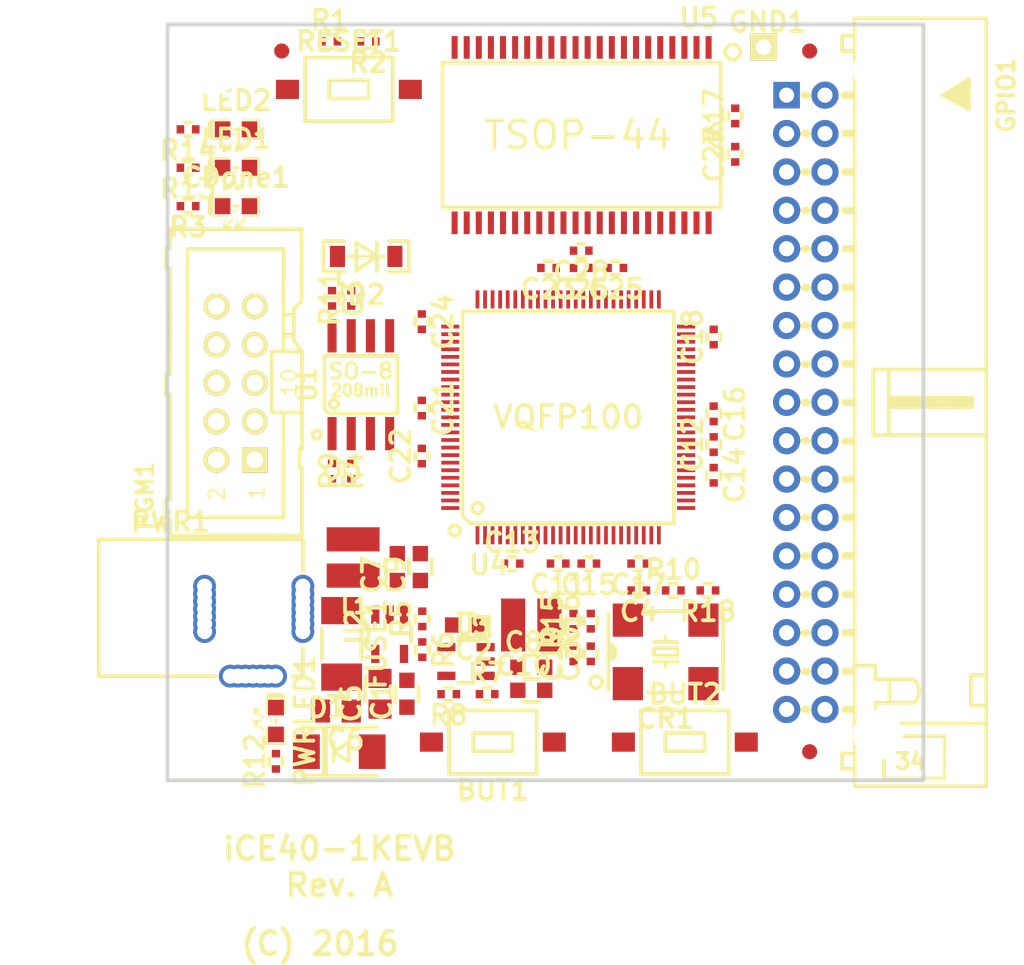
<source format=kicad_pcb>
(kicad_pcb (version 20240108) (generator "pcbnew") (generator_version "8.0")
  (layers (0 "F.Cu" signal) (31 "B.Cu" signal) (34 "B.Paste" user) (35 "F.Paste" user) (36 "B.SilkS" user "B.Silkscreen") (37 "F.SilkS" user "F.Silkscreen") (38 "B.Mask" user) (39 "F.Mask" user) (44 "Edge.Cuts" user))
  (net 0 "")
  (net 1 "/BUT1")
  (net 2 "GND")
  (net 3 "/BUT2")
  (net 4 "+5V")
  (net 5 "+3V3")
  (net 6 "+1V2")
  (net 7 "/iCE40-CDONE")
  (net 8 "Net-(CDone1-Pad1)")
  (net 9 "Net-(CR1-Pad3)")
  (net 10 "Net-(D2-Pad1)")
  (net 11 "/PIO3_1A")
  (net 12 "/PIO3_1B")
  (net 13 "/PIO3_2A")
  (net 14 "/LED1")
  (net 15 "/LED2")
  (net 16 "/PIO3_2B")
  (net 17 "/PIO2_1")
  (net 18 "/PIO3_3A")
  (net 19 "/PIO2_2")
  (net 20 "/PIO3_3B")
  (net 21 "/PIO2_3")
  (net 22 "/PIO3_5A")
  (net 23 "/PIO2_4")
  (net 24 "/PIO3_5B")
  (net 25 "/PIO2_7")
  (net 26 "/PIO3_7B")
  (net 27 "/PIO3_12A")
  (net 28 "/PIO3_10A")
  (net 29 "/PIO3_12B")
  (net 30 "/PIO3_10B")
  (net 31 "/PIO3_8B")
  (net 32 "/PIO2_8")
  (net 33 "/PIO2_9")
  (net 34 "/PIO3_8A")
  (net 35 "/PIO2_5")
  (net 36 "/PIO2_6")
  (net 37 "/PIO3_6B")
  (net 38 "/PIO3_6A")
  (net 39 "Net-(L1-Pad2)")
  (net 40 "Net-(L2-Pad2)")
  (net 41 "Net-(LED1-Pad1)")
  (net 42 "Net-(LED2-Pad1)")
  (net 43 "/iCE40-CRESET")
  (net 44 "/iCE40-SDO")
  (net 45 "/iCE40-SDI")
  (net 46 "/iCE40-SCK")
  (net 47 "/iCE40-SS_B")
  (net 48 "Net-(PWRLED1-Pad2)")
  (net 49 "Net-(R4-Pad1)")
  (net 50 "Net-(R5-Pad1)")
  (net 51 "Net-(R7-Pad1)")
  (net 52 "/SYSCLK")
  (net 53 "Net-(R11-Pad2)")
  (net 54 "/SRAM_#CS")
  (net 55 "/SD15")
  (net 56 "/SD14")
  (net 57 "/SD13")
  (net 58 "/SD12")
  (net 59 "/SD11")
  (net 60 "/SD10")
  (net 61 "/SD9")
  (net 62 "/SD8")
  (net 63 "/SD7")
  (net 64 "/SD6")
  (net 65 "/SD5")
  (net 66 "/SD4")
  (net 67 "/SD3")
  (net 68 "/SD2")
  (net 69 "/SD1")
  (net 70 "/SD0")
  (net 71 "/SRAM_#WE")
  (net 72 "/SRAM_#OE")
  (net 73 "/SA0")
  (net 74 "/SA1")
  (net 75 "/SA2")
  (net 76 "/SA3")
  (net 77 "/SA4")
  (net 78 "/SA5")
  (net 79 "/SA6")
  (net 80 "/SA7")
  (net 81 "/SA8")
  (net 82 "/SA9")
  (net 83 "/SA10")
  (net 84 "/SA11")
  (net 85 "/SA12")
  (net 86 "/SA13")
  (net 87 "/SA14")
  (net 88 "/SA15")
  (net 89 "/SA16")
  (net 90 "/SA17")
  (net 91 "/EXTCLK")
  (net 92 "Net-(PGM1-Pad3)")
  (net 93 "Net-(PGM1-Pad4)")
  (net 94 "Net-(U4-Pad76)")
  (net 95 "Net-(U5-Pad28)")
  (footprint "OLIMEX_RLC-FP:C_0603_5MIL_DWS" (layer "F.Cu") (at 130.838 114.277 90)
    (property "Reference" "C1" (at -0.508 -1.651 90) (layer "F.SilkS") (effects (font (size 1.27 1.27) (thickness 0.254))))
    (property "Value" "22uF/6.3V/0603")
    (pad "1" smd rect (at -0.889 0 90) (size 1.016 1.016) (layers "F.Cu" "F.Paste" "F.Mask") (net 2 "GND") (clearance 0.0508))
    (pad "2" smd rect (at 0.889 0 90) (size 1.016 1.016) (layers "F.Cu" "F.Paste" "F.Mask") (net 4 "+5V") (clearance 0.0508))
  )
  (footprint "OLIMEX_RLC-FP:C_0603_5MIL_DWS" (layer "F.Cu") (at 134.747 109.728 180)
    (property "Reference" "C2" (at -0.508 -1.651 180) (layer "F.SilkS") (effects (font (size 1.27 1.27) (thickness 0.254))))
    (property "Value" "22uF/6.3V/0603")
    (pad "1" smd rect (at -0.889 0 180) (size 1.016 1.016) (layers "F.Cu" "F.Paste" "F.Mask") (net 2 "GND") (clearance 0.0508))
    (pad "2" smd rect (at 0.889 0 180) (size 1.016 1.016) (layers "F.Cu" "F.Paste" "F.Mask") (net 4 "+5V") (clearance 0.0508))
  )
  (footprint "OLIMEX_RLC-FP:C_0402_5MIL_DWS" (layer "F.Cu") (at 125.885 88.115 -90)
    (property "Reference" "C3" (at 0 -1.397 -90) (layer "F.SilkS") (effects (font (size 1.27 1.27) (thickness 0.254))))
    (property "Value" "100nF")
    (pad "1" smd rect (at -0.508 0 90) (size 0.5 0.55) (layers "F.Cu" "F.Paste" "F.Mask") (net 2 "GND"))
    (pad "2" smd rect (at 0.508 0 270) (size 0.5 0.55) (layers "F.Cu" "F.Paste" "F.Mask") (net 5 "+3V3"))
  )
  (footprint "OLIMEX_RLC-FP:C_0402_5MIL_DWS" (layer "F.Cu") (at 146.177 107.442 180)
    (property "Reference" "C4" (at 0 -1.397 180) (layer "F.SilkS") (effects (font (size 1.27 1.27) (thickness 0.254))))
    (property "Value" "100nF")
    (pad "1" smd rect (at -0.508 0) (size 0.5 0.55) (layers "F.Cu" "F.Paste" "F.Mask") (net 2 "GND"))
    (pad "2" smd rect (at 0.508 0 180) (size 0.5 0.55) (layers "F.Cu" "F.Paste" "F.Mask") (net 5 "+3V3"))
  )
  (footprint "OLIMEX_RLC-FP:C_0805_5MIL_DWS" (layer "F.Cu") (at 129.06 114.277 90)
    (property "Reference" "C5" (at -0.635 -1.905 90) (layer "F.SilkS") (effects (font (size 1.27 1.27) (thickness 0.254))))
    (property "Value" "47uF/6.3V/0805")
    (pad "1" smd rect (at -1.016 0 180) (size 1.524 1.27) (layers "F.Cu" "F.Paste" "F.Mask") (net 2 "GND"))
    (pad "2" smd rect (at 1.016 0 180) (size 1.524 1.27) (layers "F.Cu" "F.Paste" "F.Mask") (net 4 "+5V"))
  )
  (footprint "OLIMEX_RLC-FP:C_0805_5MIL_DWS" (layer "F.Cu") (at 126.139 115.42 180)
    (property "Reference" "C6" (at -0.635 -1.905 180) (layer "F.SilkS") (effects (font (size 1.27 1.27) (thickness 0.254))))
    (property "Value" "47uF/6.3V/0805")
    (pad "1" smd rect (at -1.016 0 270) (size 1.524 1.27) (layers "F.Cu" "F.Paste" "F.Mask") (net 2 "GND"))
    (pad "2" smd rect (at 1.016 0 270) (size 1.524 1.27) (layers "F.Cu" "F.Paste" "F.Mask") (net 4 "+5V"))
  )
  (footprint "OLIMEX_RLC-FP:C_0603_5MIL_DWS" (layer "F.Cu") (at 130.203 105.895 90)
    (property "Reference" "C7" (at -0.508 -1.651 90) (layer "F.SilkS") (effects (font (size 1.27 1.27) (thickness 0.254))))
    (property "Value" "22uF/6.3V/0603")
    (pad "1" smd rect (at -0.889 0 90) (size 1.016 1.016) (layers "F.Cu" "F.Paste" "F.Mask") (net 2 "GND") (clearance 0.0508))
    (pad "2" smd rect (at 0.889 0 90) (size 1.016 1.016) (layers "F.Cu" "F.Paste" "F.Mask") (net 5 "+3V3") (clearance 0.0508))
  )
  (footprint "OLIMEX_RLC-FP:C_0603_5MIL_DWS" (layer "F.Cu") (at 139.065 112.522)
    (property "Reference" "C8" (at -0.508 -1.651 0) (layer "F.SilkS") (effects (font (size 1.27 1.27) (thickness 0.254))))
    (property "Value" "22uF/6.3V/0603")
    (pad "1" smd rect (at -0.889 0) (size 1.016 1.016) (layers "F.Cu" "F.Paste" "F.Mask") (net 2 "GND") (clearance 0.0508))
    (pad "2" smd rect (at 0.889 0) (size 1.016 1.016) (layers "F.Cu" "F.Paste" "F.Mask") (net 6 "+1V2") (clearance 0.0508))
  )
  (footprint "OLIMEX_RLC-FP:C_0603_5MIL_DWS" (layer "F.Cu") (at 131.727 105.895 90)
    (property "Reference" "C9" (at -0.508 -1.651 90) (layer "F.SilkS") (effects (font (size 1.27 1.27) (thickness 0.254))))
    (property "Value" "22uF/6.3V/0603")
    (pad "1" smd rect (at -0.889 0 90) (size 1.016 1.016) (layers "F.Cu" "F.Paste" "F.Mask") (net 2 "GND") (clearance 0.0508))
    (pad "2" smd rect (at 0.889 0 90) (size 1.016 1.016) (layers "F.Cu" "F.Paste" "F.Mask") (net 5 "+3V3") (clearance 0.0508))
  )
  (footprint "OLIMEX_RLC-FP:C_0603_5MIL_DWS" (layer "F.Cu") (at 139.065 114.046)
    (property "Reference" "C10" (at -0.508 -1.651 0) (layer "F.SilkS") (effects (font (size 1.27 1.27) (thickness 0.254))))
    (property "Value" "22uF/6.3V/0603")
    (pad "1" smd rect (at -0.889 0) (size 1.016 1.016) (layers "F.Cu" "F.Paste" "F.Mask") (net 2 "GND") (clearance 0.0508))
    (pad "2" smd rect (at 0.889 0) (size 1.016 1.016) (layers "F.Cu" "F.Paste" "F.Mask") (net 6 "+1V2") (clearance 0.0508))
  )
  (footprint "OLIMEX_RLC-FP:C_0402_5MIL_DWS" (layer "F.Cu") (at 140.843 105.664 180)
    (property "Reference" "C11" (at 0 -1.397 180) (layer "F.SilkS") (effects (font (size 1.27 1.27) (thickness 0.254))))
    (property "Value" "100nF")
    (pad "1" smd rect (at -0.508 0) (size 0.5 0.55) (layers "F.Cu" "F.Paste" "F.Mask") (net 2 "GND"))
    (pad "2" smd rect (at 0.508 0 180) (size 0.5 0.55) (layers "F.Cu" "F.Paste" "F.Mask") (net 6 "+1V2"))
  )
  (footprint "OLIMEX_RLC-FP:C_0402_5MIL_DWS" (layer "F.Cu") (at 151.13 97.79 90)
    (property "Reference" "C12" (at 0 -1.397 90) (layer "F.SilkS") (effects (font (size 1.27 1.27) (thickness 0.254))))
    (property "Value" "100nF")
    (pad "1" smd rect (at -0.508 0 270) (size 0.5 0.55) (layers "F.Cu" "F.Paste" "F.Mask") (net 2 "GND"))
    (pad "2" smd rect (at 0.508 0 90) (size 0.5 0.55) (layers "F.Cu" "F.Paste" "F.Mask") (net 6 "+1V2"))
  )
  (footprint "OLIMEX_RLC-FP:C_0402_5MIL_DWS" (layer "F.Cu") (at 137.795 105.664)
    (property "Reference" "C13" (at 0 -1.397 0) (layer "F.SilkS") (effects (font (size 1.27 1.27) (thickness 0.254))))
    (property "Value" "100nF")
    (pad "1" smd rect (at -0.508 0 180) (size 0.5 0.55) (layers "F.Cu" "F.Paste" "F.Mask") (net 2 "GND"))
    (pad "2" smd rect (at 0.508 0) (size 0.5 0.55) (layers "F.Cu" "F.Paste" "F.Mask") (net 5 "+3V3"))
  )
  (footprint "OLIMEX_RLC-FP:C_0402_5MIL_DWS" (layer "F.Cu") (at 151.13 99.822 -90)
    (property "Reference" "C14" (at 0 -1.397 -90) (layer "F.SilkS") (effects (font (size 1.27 1.27) (thickness 0.254))))
    (property "Value" "100nF")
    (pad "1" smd rect (at -0.508 0 90) (size 0.5 0.55) (layers "F.Cu" "F.Paste" "F.Mask") (net 2 "GND"))
    (pad "2" smd rect (at 0.508 0 270) (size 0.5 0.55) (layers "F.Cu" "F.Paste" "F.Mask") (net 5 "+3V3"))
  )
  (footprint "OLIMEX_RLC-FP:C_0402_5MIL_DWS" (layer "F.Cu") (at 142.875 105.664 180)
    (property "Reference" "C15" (at 0 -1.397 180) (layer "F.SilkS") (effects (font (size 1.27 1.27) (thickness 0.254))))
    (property "Value" "100nF")
    (pad "1" smd rect (at -0.508 0) (size 0.5 0.55) (layers "F.Cu" "F.Paste" "F.Mask") (net 2 "GND"))
    (pad "2" smd rect (at 0.508 0 180) (size 0.5 0.55) (layers "F.Cu" "F.Paste" "F.Mask") (net 5 "+3V3"))
  )
  (footprint "OLIMEX_RLC-FP:C_0402_5MIL_DWS" (layer "F.Cu") (at 151.13 95.758 -90)
    (property "Reference" "C16" (at 0 -1.397 -90) (layer "F.SilkS") (effects (font (size 1.27 1.27) (thickness 0.254))))
    (property "Value" "100nF")
    (pad "1" smd rect (at -0.508 0 90) (size 0.5 0.55) (layers "F.Cu" "F.Paste" "F.Mask") (net 2 "GND"))
    (pad "2" smd rect (at 0.508 0 270) (size 0.5 0.55) (layers "F.Cu" "F.Paste" "F.Mask") (net 5 "+3V3"))
  )
  (footprint "OLIMEX_RLC-FP:C_0402_5MIL_DWS" (layer "F.Cu") (at 146.177 105.664 180)
    (property "Reference" "C17" (at 0 -1.397 180) (layer "F.SilkS") (effects (font (size 1.27 1.27) (thickness 0.254))))
    (property "Value" "100nF")
    (pad "1" smd rect (at -0.508 0) (size 0.5 0.55) (layers "F.Cu" "F.Paste" "F.Mask") (net 2 "GND"))
    (pad "2" smd rect (at 0.508 0 180) (size 0.5 0.55) (layers "F.Cu" "F.Paste" "F.Mask") (net 5 "+3V3"))
  )
  (footprint "OLIMEX_RLC-FP:C_0402_5MIL_DWS" (layer "F.Cu") (at 151.13 90.678 90)
    (property "Reference" "C18" (at 0 -1.397 90) (layer "F.SilkS") (effects (font (size 1.27 1.27) (thickness 0.254))))
    (property "Value" "100nF")
    (pad "1" smd rect (at -0.508 0 270) (size 0.5 0.55) (layers "F.Cu" "F.Paste" "F.Mask") (net 2 "GND"))
    (pad "2" smd rect (at 0.508 0 90) (size 0.5 0.55) (layers "F.Cu" "F.Paste" "F.Mask") (net 5 "+3V3"))
  )
  (footprint "OLIMEX_RLC-FP:C_0402_5MIL_DWS" (layer "F.Cu") (at 141.859 111.633 90)
    (property "Reference" "C19" (at 0 -1.397 90) (layer "F.SilkS") (effects (font (size 1.27 1.27) (thickness 0.254))))
    (property "Value" "NA(100nF)")
    (pad "1" smd rect (at -0.508 0 270) (size 0.5 0.55) (layers "F.Cu" "F.Paste" "F.Mask") (net 2 "GND"))
    (pad "2" smd rect (at 0.508 0 90) (size 0.5 0.55) (layers "F.Cu" "F.Paste" "F.Mask") (net 1 "/BUT1"))
  )
  (footprint "OLIMEX_RLC-FP:C_0402_5MIL_DWS" (layer "F.Cu") (at 143.002 111.633 90)
    (property "Reference" "C20" (at 0 -1.397 90) (layer "F.SilkS") (effects (font (size 1.27 1.27) (thickness 0.254))))
    (property "Value" "NA(100nF)")
    (pad "1" smd rect (at -0.508 0 270) (size 0.5 0.55) (layers "F.Cu" "F.Paste" "F.Mask") (net 2 "GND"))
    (pad "2" smd rect (at 0.508 0 90) (size 0.5 0.55) (layers "F.Cu" "F.Paste" "F.Mask") (net 3 "/BUT2"))
  )
  (footprint "OLIMEX_RLC-FP:C_0402_5MIL_DWS" (layer "F.Cu") (at 131.826 95.377 -90)
    (property "Reference" "C21" (at 0 -1.397 -90) (layer "F.SilkS") (effects (font (size 1.27 1.27) (thickness 0.254))))
    (property "Value" "100nF")
    (pad "1" smd rect (at -0.508 0 90) (size 0.5 0.55) (layers "F.Cu" "F.Paste" "F.Mask") (net 2 "GND"))
    (pad "2" smd rect (at 0.508 0 270) (size 0.5 0.55) (layers "F.Cu" "F.Paste" "F.Mask") (net 5 "+3V3"))
  )
  (footprint "OLIMEX_RLC-FP:C_0402_5MIL_DWS" (layer "F.Cu") (at 131.826 98.552 90)
    (property "Reference" "C22" (at 0 -1.397 90) (layer "F.SilkS") (effects (font (size 1.27 1.27) (thickness 0.254))))
    (property "Value" "100nF")
    (pad "1" smd rect (at -0.508 0 270) (size 0.5 0.55) (layers "F.Cu" "F.Paste" "F.Mask") (net 2 "GND"))
    (pad "2" smd rect (at 0.508 0 90) (size 0.5 0.55) (layers "F.Cu" "F.Paste" "F.Mask") (net 5 "+3V3"))
  )
  (footprint "OLIMEX_RLC-FP:C_0402_5MIL_DWS" (layer "F.Cu") (at 140.208 86.106 180)
    (property "Reference" "C23" (at 0 -1.397 180) (layer "F.SilkS") (effects (font (size 1.27 1.27) (thickness 0.254))))
    (property "Value" "100nF")
    (pad "1" smd rect (at -0.508 0) (size 0.5 0.55) (layers "F.Cu" "F.Paste" "F.Mask") (net 2 "GND"))
    (pad "2" smd rect (at 0.508 0 180) (size 0.5 0.55) (layers "F.Cu" "F.Paste" "F.Mask") (net 5 "+3V3"))
  )
  (footprint "OLIMEX_RLC-FP:C_0402_5MIL_DWS" (layer "F.Cu") (at 131.826 89.662 -90)
    (property "Reference" "C24" (at 0 -1.397 -90) (layer "F.SilkS") (effects (font (size 1.27 1.27) (thickness 0.254))))
    (property "Value" "100nF")
    (pad "1" smd rect (at -0.508 0 90) (size 0.5 0.55) (layers "F.Cu" "F.Paste" "F.Mask") (net 2 "GND"))
    (pad "2" smd rect (at 0.508 0 270) (size 0.5 0.55) (layers "F.Cu" "F.Paste" "F.Mask") (net 6 "+1V2"))
  )
  (footprint "OLIMEX_RLC-FP:C_0402_5MIL_DWS" (layer "F.Cu") (at 144.653 86.106 180)
    (property "Reference" "C25" (at 0 -1.397 180) (layer "F.SilkS") (effects (font (size 1.27 1.27) (thickness 0.254))))
    (property "Value" "100nF")
    (pad "1" smd rect (at -0.508 0) (size 0.5 0.55) (layers "F.Cu" "F.Paste" "F.Mask") (net 2 "GND"))
    (pad "2" smd rect (at 0.508 0 180) (size 0.5 0.55) (layers "F.Cu" "F.Paste" "F.Mask") (net 5 "+3V3"))
  )
  (footprint "OLIMEX_RLC-FP:C_0402_5MIL_DWS" (layer "F.Cu") (at 142.367 86.106 180)
    (property "Reference" "C26" (at 0 -1.397 180) (layer "F.SilkS") (effects (font (size 1.27 1.27) (thickness 0.254))))
    (property "Value" "100nF")
    (pad "1" smd rect (at -0.508 0) (size 0.5 0.55) (layers "F.Cu" "F.Paste" "F.Mask") (net 2 "GND"))
    (pad "2" smd rect (at 0.508 0 180) (size 0.5 0.55) (layers "F.Cu" "F.Paste" "F.Mask") (net 6 "+1V2"))
  )
  (footprint "OLIMEX_RLC-FP:C_0402_5MIL_DWS" (layer "F.Cu") (at 152.555 78.59 90)
    (property "Reference" "C27" (at 0 -1.397 90) (layer "F.SilkS") (effects (font (size 1.27 1.27) (thickness 0.254))))
    (property "Value" "100nF")
    (pad "1" smd rect (at -0.508 0 270) (size 0.5 0.55) (layers "F.Cu" "F.Paste" "F.Mask") (net 2 "GND"))
    (pad "2" smd rect (at 0.508 0 90) (size 0.5 0.55) (layers "F.Cu" "F.Paste" "F.Mask") (net 5 "+3V3"))
  )
  (footprint "OLIMEX_RLC-FP:C_0402_5MIL_DWS" (layer "F.Cu") (at 142.367 84.963 180)
    (property "Reference" "C28" (at 0 -1.397 180) (layer "F.SilkS") (effects (font (size 1.27 1.27) (thickness 0.254))))
    (property "Value" "100nF")
    (pad "1" smd rect (at -0.508 0) (size 0.5 0.55) (layers "F.Cu" "F.Paste" "F.Mask") (net 2 "GND"))
    (pad "2" smd rect (at 0.508 0 180) (size 0.5 0.55) (layers "F.Cu" "F.Paste" "F.Mask") (net 5 "+3V3"))
  )
  (footprint "OLIMEX_LEDs-FP:LED_0603_KA" (layer "F.Cu") (at 119.535 82.019)
    (property "Reference" "CDone1" (at 0 -1.905 0) (layer "F.SilkS") (effects (font (size 1.27 1.27) (thickness 0.254))))
    (property "Value" "LED/Green/0603")
    (pad "1" smd rect (at -0.889 0 180) (size 1.03 1.06) (layers "F.Cu" "F.Paste" "F.Mask") (net 8 "Net-(CDone1-Pad1)"))
    (pad "2" smd rect (at 0.889 0 180) (size 1.03 1.06) (layers "F.Cu" "F.Paste" "F.Mask") (net 7 "/iCE40-CDONE"))
  )
  (footprint "OLIMEX_Crystal-FP:Oscillator_7.0x5.0mm" (layer "F.Cu") (at 147.955 111.506)
    (property "Reference" "CR1" (at 0 4.4 0) (layer "F.SilkS") (effects (font (size 1.27 1.27) (thickness 0.254))))
    (property "Value" "Oscillator-100MHZ_TXC-7W")
    (pad "1" smd rect (at -2.5 2.1) (size 2 2.2) (layers "F.Cu" "F.Paste" "F.Mask") (net 5 "+3V3"))
    (pad "2" smd rect (at 2.5 2.1) (size 2 2.2) (layers "F.Cu" "F.Paste" "F.Mask") (net 2 "GND"))
    (pad "3" smd rect (at 2.5 -2.1) (size 2 2.2) (layers "F.Cu" "F.Paste" "F.Mask") (net 9 "Net-(CR1-Pad3)"))
    (pad "4" smd rect (at -2.5 -2.1) (size 2 2.2) (layers "F.Cu" "F.Paste" "F.Mask") (net 5 "+3V3"))
  )
  (footprint "OLIMEX_Diodes-FP:DO214AA" (layer "F.Cu") (at 126.365 118.11)
    (property "Reference" "D1" (at -0.8 -2.9 0) (layer "F.SilkS") (effects (font (size 1.27 1.27) (thickness 0.254))))
    (property "Value" "SMBJ6.0A")
    (pad "A" smd rect (at 2.177 0) (size 1.778 2.286) (layers "F.Cu" "F.Paste" "F.Mask") (net 2 "GND"))
    (pad "C" smd rect (at -2.177 0) (size 1.778 2.286) (layers "F.Cu" "F.Paste" "F.Mask") (net 4 "+5V"))
  )
  (footprint "OLIMEX_Diodes-FP:SOD-123_1C-2A_KA" (layer "F.Cu") (at 128.143 85.344 180)
    (property "Reference" "D2" (at 0 -2.54 180) (layer "F.SilkS") (effects (font (size 1.27 1.27) (thickness 0.254))))
    (property "Value" "1N5819(S4SOD-123)")
    (pad "1" smd rect (at -1.9 0 180) (size 1 1.4) (layers "F.Cu" "F.Paste" "F.Mask") (net 10 "Net-(D2-Pad1)") (clearance 0.0508))
    (pad "2" smd rect (at 1.9 0 180) (size 1 1.4) (layers "F.Cu" "F.Paste" "F.Mask") (net 5 "+3V3") (clearance 0.0508))
  )
  (footprint "OLIMEX_Devices-FP:FUSE-5025" (layer "F.Cu") (at 126.52 110.975 -90)
    (property "Reference" "FUSE1" (at 0 -2.286 -90) (layer "F.SilkS") (effects (font (size 1.27 1.27) (thickness 0.254))))
    (property "Value" "NA(5025)")
    (pad "1" smd rect (at -2.2 0 270) (size 1.8 2.7) (layers "F.Cu" "F.Paste" "F.Mask") (net 4 "+5V"))
    (pad "2" smd rect (at 2.2 0 270) (size 1.8 2.7) (layers "F.Cu" "F.Paste" "F.Mask") (net 4 "+5V"))
  )
  (footprint "OLIMEX_Connectors-FP:BH34R" (layer "F.Cu") (at 157.226 94.996 -90)
    (property "Reference" "GPIO1" (at -20.32 -13.26388 -90) (layer "F.SilkS") (effects (font (size 1.1 1.1) (thickness 0.254))))
    (property "Value" "BH34R")
    (fp_text user "34" (at 23.749 -6.9088 0) (layer "F.SilkS") (effects (font (size 1.016 1.016) (thickness 0.254))))
    (pad "1" thru_hole rect (at -20.32 1.27 270) (size 1.75 1.75) (drill 1) (layers "*.Cu" "*.Mask") (net 4 "+5V"))
    (pad "2" thru_hole circle (at -20.32 -1.27 270) (size 1.8 1.8) (drill 1) (layers "*.Cu" "*.Mask") (net 2 "GND"))
    (pad "3" thru_hole circle (at -17.78 1.27 270) (size 1.8 1.8) (drill 1) (layers "*.Cu" "*.Mask") (net 5 "+3V3"))
    (pad "4" thru_hole circle (at -17.78 -1.27 270) (size 1.8 1.8) (drill 1) (layers "*.Cu" "*.Mask") (net 2 "GND"))
    (pad "5" thru_hole circle (at -15.24 1.27 270) (size 1.8 1.8) (drill 1) (layers "*.Cu" "*.Mask") (net 11 "/PIO3_1A"))
    (pad "6" thru_hole circle (at -15.24 -1.27 270) (size 1.8 1.8) (drill 1) (layers "*.Cu" "*.Mask") (net 91 "/EXTCLK"))
    (pad "7" thru_hole circle (at -12.7 1.27 270) (size 1.8 1.8) (drill 1) (layers "*.Cu" "*.Mask") (net 12 "/PIO3_1B"))
    (pad "8" thru_hole circle (at -12.7 -1.27 270) (size 1.8 1.8) (drill 1) (layers "*.Cu" "*.Mask") (net 2 "GND"))
    (pad "9" thru_hole circle (at -10.16 1.27 270) (size 1.8 1.8) (drill 1) (layers "*.Cu" "*.Mask") (net 13 "/PIO3_2A"))
    (pad "10" thru_hole circle (at -10.16 -1.27 270) (size 1.8 1.8) (drill 1) (layers "*.Cu" "*.Mask") (net 14 "/LED1"))
    (pad "11" thru_hole circle (at -7.62 1.27 270) (size 1.8 1.8) (drill 1) (layers "*.Cu" "*.Mask") (net 16 "/PIO3_2B"))
    (pad "12" thru_hole circle (at -7.62 -1.27 270) (size 1.8 1.8) (drill 1) (layers "*.Cu" "*.Mask") (net 15 "/LED2"))
    (pad "13" thru_hole circle (at -5.08 1.27 270) (size 1.8 1.8) (drill 1) (layers "*.Cu" "*.Mask") (net 18 "/PIO3_3A"))
    (pad "14" thru_hole circle (at -5.08 -1.27 270) (size 1.8 1.8) (drill 1) (layers "*.Cu" "*.Mask") (net 33 "/PIO2_9"))
    (pad "15" thru_hole circle (at -2.54 1.27 270) (size 1.8 1.8) (drill 1) (layers "*.Cu" "*.Mask") (net 20 "/PIO3_3B"))
    (pad "16" thru_hole circle (at -2.54 -1.27 270) (size 1.8 1.8) (drill 1) (layers "*.Cu" "*.Mask") (net 32 "/PIO2_8"))
    (pad "17" thru_hole circle (at 0 1.27 270) (size 1.8 1.8) (drill 1) (layers "*.Cu" "*.Mask") (net 22 "/PIO3_5A"))
    (pad "18" thru_hole circle (at 0 -1.27 270) (size 1.8 1.8) (drill 1) (layers "*.Cu" "*.Mask") (net 25 "/PIO2_7"))
    (pad "19" thru_hole circle (at 2.54 1.27 270) (size 1.8 1.8) (drill 1) (layers "*.Cu" "*.Mask") (net 24 "/PIO3_5B"))
    (pad "20" thru_hole circle (at 2.54 -1.27 270) (size 1.8 1.8) (drill 1) (layers "*.Cu" "*.Mask") (net 36 "/PIO2_6"))
    (pad "21" thru_hole circle (at 5.08 1.27 270) (size 1.8 1.8) (drill 1) (layers "*.Cu" "*.Mask") (net 38 "/PIO3_6A"))
    (pad "22" thru_hole circle (at 5.08 -1.27 270) (size 1.8 1.8) (drill 1) (layers "*.Cu" "*.Mask") (net 35 "/PIO2_5"))
    (pad "23" thru_hole circle (at 7.62 1.27 270) (size 1.8 1.8) (drill 1) (layers "*.Cu" "*.Mask") (net 37 "/PIO3_6B"))
    (pad "24" thru_hole circle (at 7.62 -1.27 270) (size 1.8 1.8) (drill 1) (layers "*.Cu" "*.Mask") (net 23 "/PIO2_4"))
    (pad "25" thru_hole circle (at 10.16 1.27 270) (size 1.8 1.8) (drill 1) (layers "*.Cu" "*.Mask") (net 26 "/PIO3_7B"))
    (pad "26" thru_hole circle (at 10.16 -1.27 270) (size 1.8 1.8) (drill 1) (layers "*.Cu" "*.Mask") (net 21 "/PIO2_3"))
    (pad "27" thru_hole circle (at 12.7 1.27 270) (size 1.8 1.8) (drill 1) (layers "*.Cu" "*.Mask") (net 34 "/PIO3_8A"))
    (pad "28" thru_hole circle (at 12.7 -1.27 270) (size 1.8 1.8) (drill 1) (layers "*.Cu" "*.Mask") (net 19 "/PIO2_2"))
    (pad "29" thru_hole circle (at 15.24 1.27 270) (size 1.8 1.8) (drill 1) (layers "*.Cu" "*.Mask") (net 31 "/PIO3_8B"))
    (pad "30" thru_hole circle (at 15.24 -1.27 270) (size 1.8 1.8) (drill 1) (layers "*.Cu" "*.Mask") (net 17 "/PIO2_1"))
    (pad "31" thru_hole circle (at 17.78 1.27 270) (size 1.8 1.8) (drill 1) (layers "*.Cu" "*.Mask") (net 28 "/PIO3_10A"))
    (pad "32" thru_hole circle (at 17.78 -1.27 270) (size 1.8 1.8) (drill 1) (layers "*.Cu" "*.Mask") (net 29 "/PIO3_12B"))
    (pad "33" thru_hole circle (at 20.32 1.27 270) (size 1.8 1.8) (drill 1) (layers "*.Cu" "*.Mask") (net 30 "/PIO3_10B"))
    (pad "34" thru_hole circle (at 20.32 -1.27 270) (size 1.8 1.8) (drill 1) (layers "*.Cu" "*.Mask") (net 27 "/PIO3_12A"))
  )
  (footprint "OLIMEX_RLC-FP:CD32" (layer "F.Cu") (at 127.282 105.26 90)
    (property "Reference" "L1" (at -3.2 0.1 180) (layer "F.SilkS") (effects (font (thickness 0.25))))
    (property "Value" "2.2uH/1.5A/DCR<0.1R/CD32")
    (pad "1" smd rect (at 1.2 0 270) (size 1.6 3.5) (layers "F.Cu" "F.Paste" "F.Mask") (net 5 "+3V3") (clearance 0.0508))
    (pad "2" smd rect (at -1.2 0 270) (size 1.6 3.5) (layers "F.Cu" "F.Paste" "F.Mask") (net 39 "Net-(L1-Pad2)") (clearance 0.0508))
  )
  (footprint "OLIMEX_RLC-FP:CD32" (layer "F.Cu") (at 139.065 109.728)
    (property "Reference" "L2" (at -3.2 0.1 90) (layer "F.SilkS") (effects (font (thickness 0.25))))
    (property "Value" "2.2uH/1.5A/DCR<0.1R/CD32")
    (pad "1" smd rect (at 1.2 0 180) (size 1.6 3.5) (layers "F.Cu" "F.Paste" "F.Mask") (net 6 "+1V2") (clearance 0.0508))
    (pad "2" smd rect (at -1.2 0 180) (size 1.6 3.5) (layers "F.Cu" "F.Paste" "F.Mask") (net 40 "Net-(L2-Pad2)") (clearance 0.0508))
  )
  (footprint "OLIMEX_LEDs-FP:LED_0603_KA" (layer "F.Cu") (at 119.535 79.479)
    (property "Reference" "LED1" (at 0 -1.905 0) (layer "F.SilkS") (effects (font (size 1.27 1.27) (thickness 0.254))))
    (property "Value" "LED/Red/0603")
    (pad "1" smd rect (at -0.889 0 180) (size 1.03 1.06) (layers "F.Cu" "F.Paste" "F.Mask") (net 41 "Net-(LED1-Pad1)"))
    (pad "2" smd rect (at 0.889 0 180) (size 1.03 1.06) (layers "F.Cu" "F.Paste" "F.Mask") (net 14 "/LED1"))
  )
  (footprint "OLIMEX_LEDs-FP:LED_0603_KA" (layer "F.Cu") (at 119.535 76.939)
    (property "Reference" "LED2" (at 0 -1.905 0) (layer "F.SilkS") (effects (font (size 1.27 1.27) (thickness 0.254))))
    (property "Value" "LED/Red/0603")
    (pad "1" smd rect (at -0.889 0 180) (size 1.03 1.06) (layers "F.Cu" "F.Paste" "F.Mask") (net 42 "Net-(LED2-Pad1)"))
    (pad "2" smd rect (at 0.889 0 180) (size 1.03 1.06) (layers "F.Cu" "F.Paste" "F.Mask") (net 15 "/LED2"))
  )
  (footprint "OLIMEX_Connectors-FP:UEXT_ML10" (layer "F.Cu") (at 119.507 93.726 90)
    (property "Reference" "PGM1" (at -7.4549 -6.0071 90) (layer "F.SilkS") (effects (font (size 1.1 1.1) (thickness 0.254))))
    (property "Value" "BH10S")
    (fp_text user "2" (at -7.34822 -1.23444 90) (layer "F.SilkS"))
    (fp_text user "1" (at -7.2644 1.39192 90) (layer "F.SilkS"))
    (fp_text user "10" (at 0.0381 3.55092 90) (layer "F.SilkS"))
    (pad "1" thru_hole rect (at -5.08 1.27 90) (size 1.7 1.7) (drill 1.1) (layers "*.Cu" "*.Mask" "F.SilkS") (net 5 "+3V3"))
    (pad "2" thru_hole circle (at -5.08 -1.27 90) (size 1.7 1.7) (drill 1.1) (layers "*.Cu" "*.Mask" "F.SilkS") (net 2 "GND"))
    (pad "3" thru_hole circle (at -2.54 1.27 90) (size 1.7 1.7) (drill 1.1) (layers "*.Cu" "*.Mask" "F.SilkS") (net 92 "Net-(PGM1-Pad3)"))
    (pad "4" thru_hole circle (at -2.54 -1.27 90) (size 1.7 1.7) (drill 1.1) (layers "*.Cu" "*.Mask" "F.SilkS") (net 93 "Net-(PGM1-Pad4)"))
    (pad "5" thru_hole circle (at 0 1.27 90) (size 1.7 1.7) (drill 1.1) (layers "*.Cu" "*.Mask" "F.SilkS") (net 7 "/iCE40-CDONE"))
    (pad "6" thru_hole circle (at 0 -1.27 90) (size 1.7 1.7) (drill 1.1) (layers "*.Cu" "*.Mask" "F.SilkS") (net 43 "/iCE40-CRESET"))
    (pad "7" thru_hole circle (at 2.54 1.27 90) (size 1.7 1.7) (drill 1.1) (layers "*.Cu" "*.Mask" "F.SilkS") (net 44 "/iCE40-SDO"))
    (pad "8" thru_hole circle (at 2.54 -1.27 90) (size 1.7 1.7) (drill 1.1) (layers "*.Cu" "*.Mask" "F.SilkS") (net 45 "/iCE40-SDI"))
    (pad "9" thru_hole circle (at 5.08 1.27 90) (size 1.7 1.7) (drill 1.1) (layers "*.Cu" "*.Mask" "F.SilkS") (net 46 "/iCE40-SCK"))
    (pad "10" thru_hole circle (at 5.08 -1.27 90) (size 1.7 1.7) (drill 1.1) (layers "*.Cu" "*.Mask" "F.SilkS") (net 47 "/iCE40-SS_B"))
  )
  (footprint "OLIMEX_Connectors-FP:PWR_JACK_UNI_MILLING" (layer "F.Cu") (at 123.952 113.411)
    (property "Reference" "PWR1" (at -8.75 -10.5 0) (layer "F.SilkS") (effects (font (size 1.27 1.27) (thickness 0.254))))
    (property "Value" "PWRJ-2mm(YDJ-1136)")
    (pad "+" thru_hole circle (at 0 -6.25) (size 1.51 1.51) (drill 1) (layers "*.Cu" "*.Mask") (net 4 "+5V"))
    (pad "+" thru_hole circle (at 0 -5.75) (size 1.51 1.51) (drill 1) (layers "*.Cu" "*.Mask") (net 4 "+5V"))
    (pad "+" thru_hole circle (at 0 -5.25) (size 1.51 1.51) (drill 1) (layers "*.Cu" "*.Mask") (net 4 "+5V"))
    (pad "+" thru_hole circle (at 0 -4.75) (size 1.51 1.51) (drill 1) (layers "*.Cu" "*.Mask") (net 4 "+5V"))
    (pad "+" thru_hole circle (at 0 -4.25) (size 1.51 1.51) (drill 1) (layers "*.Cu" "*.Mask") (net 4 "+5V"))
    (pad "+" thru_hole circle (at 0 -3.75) (size 1.51 1.51) (drill 1) (layers "*.Cu" "*.Mask") (net 4 "+5V"))
    (pad "+" thru_hole circle (at 0 -3.25) (size 1.51 1.51) (drill 1) (layers "*.Cu" "*.Mask") (net 4 "+5V"))
    (pad "-" thru_hole circle (at -6.5 -6.25) (size 1.51 1.51) (drill 1) (layers "*.Cu" "*.Mask") (net 2 "GND"))
    (pad "-" thru_hole circle (at -6.5 -5.75) (size 1.51 1.51) (drill 1) (layers "*.Cu" "*.Mask") (net 2 "GND"))
    (pad "-" thru_hole circle (at -6.5 -5.25) (size 1.51 1.51) (drill 1) (layers "*.Cu" "*.Mask") (net 2 "GND"))
    (pad "-" thru_hole circle (at -6.5 -4.75) (size 1.51 1.51) (drill 1) (layers "*.Cu" "*.Mask") (net 2 "GND"))
    (pad "-" thru_hole circle (at -6.5 -4.25) (size 1.51 1.51) (drill 1) (layers "*.Cu" "*.Mask") (net 2 "GND"))
    (pad "-" thru_hole circle (at -6.5 -3.75) (size 1.51 1.51) (drill 1) (layers "*.Cu" "*.Mask") (net 2 "GND"))
    (pad "-" thru_hole circle (at -6.5 -3.25) (size 1.51 1.51) (drill 1) (layers "*.Cu" "*.Mask") (net 2 "GND"))
    (pad "-" thru_hole circle (at -4.8 -0.3) (size 1.51 1.51) (drill 1) (layers "*.Cu" "*.Mask") (net 2 "GND"))
    (pad "-" thru_hole circle (at -4.3 -0.3) (size 1.51 1.51) (drill 1) (layers "*.Cu" "*.Mask") (net 2 "GND"))
    (pad "-" thru_hole circle (at -3.8 -0.3) (size 1.51 1.51) (drill 1) (layers "*.Cu" "*.Mask") (net 2 "GND"))
    (pad "-" thru_hole circle (at -3.3 -0.3) (size 1.51 1.51) (drill 1) (layers "*.Cu" "*.Mask") (net 2 "GND"))
    (pad "-" thru_hole circle (at -2.8 -0.3) (size 1.51 1.51) (drill 1) (layers "*.Cu" "*.Mask") (net 2 "GND"))
    (pad "-" thru_hole circle (at -2.3 -0.3) (size 1.51 1.51) (drill 1) (layers "*.Cu" "*.Mask") (net 2 "GND"))
    (pad "-" thru_hole circle (at -1.8 -0.3) (size 1.51 1.51) (drill 1) (layers "*.Cu" "*.Mask") (net 2 "GND"))
  )
  (footprint "OLIMEX_LEDs-FP:LED_0603_KA" (layer "F.Cu") (at 122.174 116.078 -90)
    (property "Reference" "PWRLED1" (at 0 -1.905 -90) (layer "F.SilkS") (effects (font (size 1.27 1.27) (thickness 0.254))))
    (property "Value" "LED/Red/0603")
    (pad "1" smd rect (at -0.889 0 90) (size 1.03 1.06) (layers "F.Cu" "F.Paste" "F.Mask") (net 2 "GND"))
    (pad "2" smd rect (at 0.889 0 90) (size 1.03 1.06) (layers "F.Cu" "F.Paste" "F.Mask") (net 48 "Net-(PWRLED1-Pad2)"))
  )
  (footprint "OLIMEX_RLC-FP:R_0402_5MIL_DWS" (layer "F.Cu") (at 125.73 71.12)
    (property "Reference" "R1" (at 0 -1.397 0) (layer "F.SilkS") (effects (font (size 1.27 1.27) (thickness 0.254))))
    (property "Value" "10k")
    (pad "1" smd rect (at -0.508 0 180) (size 0.5 0.55) (layers "F.Cu" "F.Paste" "F.Mask") (net 43 "/iCE40-CRESET"))
    (pad "2" smd rect (at 0.508 0) (size 0.5 0.55) (layers "F.Cu" "F.Paste" "F.Mask") (net 5 "+3V3"))
  )
  (footprint "OLIMEX_RLC-FP:R_0402_5MIL_DWS" (layer "F.Cu") (at 128.27 71.12 180)
    (property "Reference" "R2" (at 0 -1.397 180) (layer "F.SilkS") (effects (font (size 1.27 1.27) (thickness 0.254))))
    (property "Value" "2.2k")
    (pad "1" smd rect (at -0.508 0) (size 0.5 0.55) (layers "F.Cu" "F.Paste" "F.Mask") (net 7 "/iCE40-CDONE"))
    (pad "2" smd rect (at 0.508 0 180) (size 0.5 0.55) (layers "F.Cu" "F.Paste" "F.Mask") (net 5 "+3V3"))
  )
  (footprint "OLIMEX_RLC-FP:R_0402_5MIL_DWS" (layer "F.Cu") (at 116.36 82.019 180)
    (property "Reference" "R3" (at 0 -1.397 180) (layer "F.SilkS") (effects (font (size 1.27 1.27) (thickness 0.254))))
    (property "Value" "22R")
    (pad "1" smd rect (at -0.508 0) (size 0.5 0.55) (layers "F.Cu" "F.Paste" "F.Mask") (net 8 "Net-(CDone1-Pad1)"))
    (pad "2" smd rect (at 0.508 0 180) (size 0.5 0.55) (layers "F.Cu" "F.Paste" "F.Mask") (net 2 "GND"))
  )
  (footprint "OLIMEX_RLC-FP:R_0402_5MIL_DWS" (layer "F.Cu") (at 125.885 99.545 -90)
    (property "Reference" "R4" (at 0 -1.397 -90) (layer "F.SilkS") (effects (font (size 1.27 1.27) (thickness 0.254))))
    (property "Value" "10k")
    (pad "1" smd rect (at -0.508 0 90) (size 0.5 0.55) (layers "F.Cu" "F.Paste" "F.Mask") (net 49 "Net-(R4-Pad1)"))
    (pad "2" smd rect (at 0.508 0 270) (size 0.5 0.55) (layers "F.Cu" "F.Paste" "F.Mask") (net 5 "+3V3"))
  )
  (footprint "OLIMEX_RLC-FP:R_0402_5MIL_DWS" (layer "F.Cu") (at 131.854 109.324 90)
    (property "Reference" "R5" (at 0 -1.397 90) (layer "F.SilkS") (effects (font (size 1.27 1.27) (thickness 0.254))))
    (property "Value" "4.99k/1%")
    (pad "1" smd rect (at -0.508 0 270) (size 0.5 0.55) (layers "F.Cu" "F.Paste" "F.Mask") (net 50 "Net-(R5-Pad1)"))
    (pad "2" smd rect (at 0.508 0 90) (size 0.5 0.55) (layers "F.Cu" "F.Paste" "F.Mask") (net 5 "+3V3"))
  )
  (footprint "OLIMEX_RLC-FP:R_0402_5MIL_DWS" (layer "F.Cu") (at 131.854 111.356 -90)
    (property "Reference" "R6" (at 0 -1.397 -90) (layer "F.SilkS") (effects (font (size 1.27 1.27) (thickness 0.254))))
    (property "Value" "1.1k/1%")
    (pad "1" smd rect (at -0.508 0 90) (size 0.5 0.55) (layers "F.Cu" "F.Paste" "F.Mask") (net 50 "Net-(R5-Pad1)"))
    (pad "2" smd rect (at 0.508 0 270) (size 0.5 0.55) (layers "F.Cu" "F.Paste" "F.Mask") (net 2 "GND"))
  )
  (footprint "OLIMEX_RLC-FP:R_0402_5MIL_DWS" (layer "F.Cu") (at 136.144 114.3)
    (property "Reference" "R7" (at 0 -1.397 0) (layer "F.SilkS") (effects (font (size 1.27 1.27) (thickness 0.254))))
    (property "Value" "4.99k/1%")
    (pad "1" smd rect (at -0.508 0 180) (size 0.5 0.55) (layers "F.Cu" "F.Paste" "F.Mask") (net 51 "Net-(R7-Pad1)"))
    (pad "2" smd rect (at 0.508 0) (size 0.5 0.55) (layers "F.Cu" "F.Paste" "F.Mask") (net 6 "+1V2"))
  )
  (footprint "OLIMEX_RLC-FP:R_0402_5MIL_DWS" (layer "F.Cu") (at 133.604 114.3 180)
    (property "Reference" "R8" (at 0 -1.397 180) (layer "F.SilkS") (effects (font (size 1.27 1.27) (thickness 0.254))))
    (property "Value" "4.99k/1%")
    (pad "1" smd rect (at -0.508 0) (size 0.5 0.55) (layers "F.Cu" "F.Paste" "F.Mask") (net 51 "Net-(R7-Pad1)"))
    (pad "2" smd rect (at 0.508 0 180) (size 0.5 0.55) (layers "F.Cu" "F.Paste" "F.Mask") (net 2 "GND"))
  )
  (footprint "OLIMEX_RLC-FP:R_0402_5MIL_DWS" (layer "F.Cu") (at 127.155 99.545 90)
    (property "Reference" "R9" (at 0 -1.397 90) (layer "F.SilkS") (effects (font (size 1.27 1.27) (thickness 0.254))))
    (property "Value" "22R")
    (pad "1" smd rect (at -0.508 0 270) (size 0.5 0.55) (layers "F.Cu" "F.Paste" "F.Mask") (net 47 "/iCE40-SS_B"))
    (pad "2" smd rect (at 0.508 0 90) (size 0.5 0.55) (layers "F.Cu" "F.Paste" "F.Mask") (net 49 "Net-(R4-Pad1)"))
  )
  (footprint "OLIMEX_RLC-FP:R_0402_5MIL_DWS" (layer "F.Cu") (at 148.463 107.442)
    (property "Reference" "R10" (at 0 -1.397 0) (layer "F.SilkS") (effects (font (size 1.27 1.27) (thickness 0.254))))
    (property "Value" "22R")
    (pad "1" smd rect (at -0.508 0 180) (size 0.5 0.55) (layers "F.Cu" "F.Paste" "F.Mask") (net 52 "/SYSCLK"))
    (pad "2" smd rect (at 0.508 0) (size 0.5 0.55) (layers "F.Cu" "F.Paste" "F.Mask") (net 9 "Net-(CR1-Pad3)"))
  )
  (footprint "OLIMEX_RLC-FP:R_0402_5MIL_DWS" (layer "F.Cu") (at 127.155 88.115 90)
    (property "Reference" "R11" (at 0 -1.397 90) (layer "F.SilkS") (effects (font (size 1.27 1.27) (thickness 0.254))))
    (property "Value" "10k")
    (pad "1" smd rect (at -0.508 0 270) (size 0.5 0.55) (layers "F.Cu" "F.Paste" "F.Mask") (net 5 "+3V3"))
    (pad "2" smd rect (at 0.508 0 90) (size 0.5 0.55) (layers "F.Cu" "F.Paste" "F.Mask") (net 53 "Net-(R11-Pad2)"))
  )
  (footprint "OLIMEX_RLC-FP:R_0402_5MIL_DWS" (layer "F.Cu") (at 122.174 118.745 90)
    (property "Reference" "R12" (at 0 -1.397 90) (layer "F.SilkS") (effects (font (size 1.27 1.27) (thickness 0.254))))
    (property "Value" "2.2k")
    (pad "1" smd rect (at -0.508 0 270) (size 0.5 0.55) (layers "F.Cu" "F.Paste" "F.Mask") (net 4 "+5V"))
    (pad "2" smd rect (at 0.508 0 90) (size 0.5 0.55) (layers "F.Cu" "F.Paste" "F.Mask") (net 48 "Net-(PWRLED1-Pad2)"))
  )
  (footprint "OLIMEX_RLC-FP:R_0402_5MIL_DWS" (layer "F.Cu") (at 116.36 79.479 180)
    (property "Reference" "R13" (at 0 -1.397 180) (layer "F.SilkS") (effects (font (size 1.27 1.27) (thickness 0.254))))
    (property "Value" "2.2k")
    (pad "1" smd rect (at -0.508 0) (size 0.5 0.55) (layers "F.Cu" "F.Paste" "F.Mask") (net 41 "Net-(LED1-Pad1)"))
    (pad "2" smd rect (at 0.508 0 180) (size 0.5 0.55) (layers "F.Cu" "F.Paste" "F.Mask") (net 2 "GND"))
  )
  (footprint "OLIMEX_RLC-FP:R_0402_5MIL_DWS" (layer "F.Cu") (at 116.36 76.939 180)
    (property "Reference" "R14" (at 0 -1.397 180) (layer "F.SilkS") (effects (font (size 1.27 1.27) (thickness 0.254))))
    (property "Value" "2.2k")
    (pad "1" smd rect (at -0.508 0) (size 0.5 0.55) (layers "F.Cu" "F.Paste" "F.Mask") (net 42 "Net-(LED2-Pad1)"))
    (pad "2" smd rect (at 0.508 0 180) (size 0.5 0.55) (layers "F.Cu" "F.Paste" "F.Mask") (net 2 "GND"))
  )
  (footprint "OLIMEX_RLC-FP:R_0402_5MIL_DWS" (layer "F.Cu") (at 141.859 109.474 90)
    (property "Reference" "R15" (at 0 -1.397 90) (layer "F.SilkS") (effects (font (size 1.27 1.27) (thickness 0.254))))
    (property "Value" "10k")
    (pad "1" smd rect (at -0.508 0 270) (size 0.5 0.55) (layers "F.Cu" "F.Paste" "F.Mask") (net 1 "/BUT1"))
    (pad "2" smd rect (at 0.508 0 90) (size 0.5 0.55) (layers "F.Cu" "F.Paste" "F.Mask") (net 5 "+3V3"))
  )
  (footprint "OLIMEX_RLC-FP:R_0402_5MIL_DWS" (layer "F.Cu") (at 143.002 109.474 90)
    (property "Reference" "R16" (at 0 -1.397 90) (layer "F.SilkS") (effects (font (size 1.27 1.27) (thickness 0.254))))
    (property "Value" "10k")
    (pad "1" smd rect (at -0.508 0 270) (size 0.5 0.55) (layers "F.Cu" "F.Paste" "F.Mask") (net 3 "/BUT2"))
    (pad "2" smd rect (at 0.508 0 90) (size 0.5 0.55) (layers "F.Cu" "F.Paste" "F.Mask") (net 5 "+3V3"))
  )
  (footprint "OLIMEX_RLC-FP:R_0402_5MIL_DWS" (layer "F.Cu") (at 152.555 76.05 90)
    (property "Reference" "R17" (at 0 -1.397 90) (layer "F.SilkS") (effects (font (size 1.27 1.27) (thickness 0.254))))
    (property "Value" "10k")
    (pad "1" smd rect (at -0.508 0 270) (size 0.5 0.55) (layers "F.Cu" "F.Paste" "F.Mask") (net 5 "+3V3"))
    (pad "2" smd rect (at 0.508 0 90) (size 0.5 0.55) (layers "F.Cu" "F.Paste" "F.Mask") (net 54 "/SRAM_#CS"))
  )
  (footprint "OLIMEX_RLC-FP:R_0402_5MIL_DWS" (layer "F.Cu") (at 150.749 107.442 180)
    (property "Reference" "R18" (at 0 -1.397 180) (layer "F.SilkS") (effects (font (size 1.27 1.27) (thickness 0.254))))
    (property "Value" "22R")
    (pad "1" smd rect (at -0.508 0) (size 0.5 0.55) (layers "F.Cu" "F.Paste" "F.Mask") (net 91 "/EXTCLK"))
    (pad "2" smd rect (at 0.508 0 180) (size 0.5 0.55) (layers "F.Cu" "F.Paste" "F.Mask") (net 9 "Net-(CR1-Pad3)"))
  )
  (footprint "OLIMEX_IC-FP:SO-8_208mil" (layer "F.Cu") (at 127.79 93.83)
    (property "Reference" "U1" (at -3.48996 -0.00762 90) (layer "F.SilkS") (effects (font (size 1.1 1.1) (thickness 0.254))))
    (property "Value" "W25Q16BVSSIG(SOIC-8_208mil)")
    (fp_text user "208mil" (at 0 0.381 0) (layer "F.SilkS") (effects (font (size 0.762 0.762) (thickness 0.1905))))
    (fp_text user "SO-8" (at 0 -0.889 0) (layer "F.SilkS") (effects (font (size 1.016 1.016) (thickness 0.2032))))
    (pad "1" smd rect (at -1.905 3.235) (size 0.6 2.2) (layers "F.Cu" "F.Paste" "F.Mask") (net 49 "Net-(R4-Pad1)") (clearance 0.0508))
    (pad "2" smd rect (at -0.635 3.235) (size 0.6 2.2) (layers "F.Cu" "F.Paste" "F.Mask") (net 45 "/iCE40-SDI") (clearance 0.0508))
    (pad "3" smd rect (at 0.635 3.235) (size 0.6 2.2) (layers "F.Cu" "F.Paste" "F.Mask") (net 53 "Net-(R11-Pad2)") (clearance 0.0508))
    (pad "4" smd rect (at 1.905 3.235) (size 0.6 2.2) (layers "F.Cu" "F.Paste" "F.Mask") (net 2 "GND") (clearance 0.0508))
    (pad "5" smd rect (at 1.905 -3.235) (size 0.6 2.2) (layers "F.Cu" "F.Paste" "F.Mask") (net 44 "/iCE40-SDO") (clearance 0.0508))
    (pad "6" smd rect (at 0.635 -3.235) (size 0.6 2.2) (layers "F.Cu" "F.Paste" "F.Mask") (net 46 "/iCE40-SCK") (clearance 0.0508))
    (pad "7" smd rect (at -0.635 -3.235) (size 0.6 2.2) (layers "F.Cu" "F.Paste" "F.Mask") (net 53 "Net-(R11-Pad2)") (clearance 0.0508))
    (pad "8" smd rect (at -1.905 -3.235) (size 0.6 2.2) (layers "F.Cu" "F.Paste" "F.Mask") (net 5 "+3V3") (clearance 0.0508))
  )
  (footprint "OLIMEX_IC-FP:SOT-23-5" (layer "F.Cu") (at 129.695 110.34 90)
    (property "Reference" "U2" (at 0.4572 -2.3368 90) (layer "F.SilkS") (effects (font (size 1.1 1.1) (thickness 0.254))))
    (property "Value" "SY8009AAAC(SOT23-5)")
    (pad "1" smd rect (at 1.3 0.95 90) (size 1.2 0.55) (layers "F.Cu" "F.Paste" "F.Mask") (net 4 "+5V") (clearance 0.0508))
    (pad "2" smd rect (at 1.3 0 90) (size 1.2 0.55) (layers "F.Cu" "F.Paste" "F.Mask") (net 2 "GND") (clearance 0.0508))
    (pad "3" smd rect (at 1.3 -0.95 90) (size 1.2 0.55) (layers "F.Cu" "F.Paste" "F.Mask") (net 39 "Net-(L1-Pad2)") (clearance 0.0508))
    (pad "4" smd rect (at -1.3 -0.95 90) (size 1.2 0.55) (layers "F.Cu" "F.Paste" "F.Mask") (net 4 "+5V") (clearance 0.0508))
    (pad "5" smd rect (at -1.3 0.95 90) (size 1.2 0.55) (layers "F.Cu" "F.Paste" "F.Mask") (net 50 "Net-(R5-Pad1)") (clearance 0.0508))
  )
  (footprint "OLIMEX_IC-FP:SOT-23-5" (layer "F.Cu") (at 134.747 112.141)
    (property "Reference" "U3" (at 0.4572 -2.3368 0) (layer "F.SilkS") (effects (font (size 1.1 1.1) (thickness 0.254))))
    (property "Value" "SY8009AAAC(SOT23-5)")
    (pad "1" smd rect (at 1.3 0.95) (size 1.2 0.55) (layers "F.Cu" "F.Paste" "F.Mask") (net 4 "+5V") (clearance 0.0508))
    (pad "2" smd rect (at 1.3 0) (size 1.2 0.55) (layers "F.Cu" "F.Paste" "F.Mask") (net 2 "GND") (clearance 0.0508))
    (pad "3" smd rect (at 1.3 -0.95) (size 1.2 0.55) (layers "F.Cu" "F.Paste" "F.Mask") (net 40 "Net-(L2-Pad2)") (clearance 0.0508))
    (pad "4" smd rect (at -1.3 -0.95) (size 1.2 0.55) (layers "F.Cu" "F.Paste" "F.Mask") (net 4 "+5V") (clearance 0.0508))
    (pad "5" smd rect (at -1.3 0.95) (size 1.2 0.55) (layers "F.Cu" "F.Paste" "F.Mask") (net 51 "Net-(R7-Pad1)") (clearance 0.0508))
  )
  (footprint "OLIMEX_IC-FP:VQFP100_Pitch-0.5mm_Dimensions-16.00x16.00x1.20mm" (layer "F.Cu") (at 141.506 95.989)
    (property "Reference" "U4" (at -5.25 9.75 0) (layer "F.SilkS") (effects (font (size 1.27 1.27) (thickness 0.254))))
    (property "Value" "ICE40HX1K-VQ100(VQFP100)")
    (fp_text user "VQFP100" (at 0 0 0) (layer "F.SilkS") (effects (font (size 1.5 1.5) (thickness 0.25))))
    (pad "1" smd rect (at -6 7.8 180) (size 0.25 1.2) (layers "F.Cu" "F.Paste" "F.Mask") (net 11 "/PIO3_1A"))
    (pad "2" smd rect (at -5.5 7.8 180) (size 0.25 1.2) (layers "F.Cu" "F.Paste" "F.Mask") (net 12 "/PIO3_1B"))
    (pad "3" smd rect (at -5 7.8 180) (size 0.25 1.2) (layers "F.Cu" "F.Paste" "F.Mask") (net 13 "/PIO3_2A"))
    (pad "4" smd rect (at -4.5 7.8 180) (size 0.25 1.2) (layers "F.Cu" "F.Paste" "F.Mask") (net 16 "/PIO3_2B"))
    (pad "5" smd rect (at -4 7.8 180) (size 0.25 1.2) (layers "F.Cu" "F.Paste" "F.Mask") (net 2 "GND"))
    (pad "6" smd rect (at -3.5 7.8 180) (size 0.25 1.2) (layers "F.Cu" "F.Paste" "F.Mask") (net 5 "+3V3"))
    (pad "7" smd rect (at -3 7.8 180) (size 0.25 1.2) (layers "F.Cu" "F.Paste" "F.Mask") (net 18 "/PIO3_3A"))
    (pad "8" smd rect (at -2.5 7.8 180) (size 0.25 1.2) (layers "F.Cu" "F.Paste" "F.Mask") (net 20 "/PIO3_3B"))
    (pad "9" smd rect (at -2 7.8 180) (size 0.25 1.2) (layers "F.Cu" "F.Paste" "F.Mask") (net 22 "/PIO3_5A"))
    (pad "10" smd rect (at -1.5 7.8 180) (size 0.25 1.2) (layers "F.Cu" "F.Paste" "F.Mask") (net 24 "/PIO3_5B"))
    (pad "11" smd rect (at -1 7.8 180) (size 0.25 1.2) (layers "F.Cu" "F.Paste" "F.Mask") (net 6 "+1V2"))
    (pad "12" smd rect (at -0.5 7.8 180) (size 0.25 1.2) (layers "F.Cu" "F.Paste" "F.Mask") (net 38 "/PIO3_6A"))
    (pad "13" smd rect (at 0 7.8 180) (size 0.25 1.2) (layers "F.Cu" "F.Paste" "F.Mask") (net 37 "/PIO3_6B"))
    (pad "14" smd rect (at 0.5 7.8 180) (size 0.25 1.2) (layers "F.Cu" "F.Paste" "F.Mask") (net 5 "+3V3"))
    (pad "15" smd rect (at 1 7.8 180) (size 0.25 1.2) (layers "F.Cu" "F.Paste" "F.Mask") (net 52 "/SYSCLK"))
    (pad "16" smd rect (at 1.5 7.8 180) (size 0.25 1.2) (layers "F.Cu" "F.Paste" "F.Mask") (net 26 "/PIO3_7B"))
    (pad "17" smd rect (at 2 7.8 180) (size 0.25 1.2) (layers "F.Cu" "F.Paste" "F.Mask") (net 2 "GND"))
    (pad "18" smd rect (at 2.5 7.8 180) (size 0.25 1.2) (layers "F.Cu" "F.Paste" "F.Mask") (net 34 "/PIO3_8A"))
    (pad "19" smd rect (at 3 7.8 180) (size 0.25 1.2) (layers "F.Cu" "F.Paste" "F.Mask") (net 31 "/PIO3_8B"))
    (pad "20" smd rect (at 3.5 7.8 180) (size 0.25 1.2) (layers "F.Cu" "F.Paste" "F.Mask") (net 28 "/PIO3_10A"))
    (pad "21" smd rect (at 4 7.8 180) (size 0.25 1.2) (layers "F.Cu" "F.Paste" "F.Mask") (net 30 "/PIO3_10B"))
    (pad "22" smd rect (at 4.5 7.8 180) (size 0.25 1.2) (layers "F.Cu" "F.Paste" "F.Mask") (net 5 "+3V3"))
    (pad "23" smd rect (at 5 7.8 180) (size 0.25 1.2) (layers "F.Cu" "F.Paste" "F.Mask") (net 2 "GND"))
    (pad "24" smd rect (at 5.5 7.8 180) (size 0.25 1.2) (layers "F.Cu" "F.Paste" "F.Mask") (net 27 "/PIO3_12A"))
    (pad "25" smd rect (at 6 7.8 180) (size 0.25 1.2) (layers "F.Cu" "F.Paste" "F.Mask") (net 29 "/PIO3_12B"))
    (pad "26" smd rect (at 7.8 6 270) (size 0.25 1.2) (layers "F.Cu" "F.Paste" "F.Mask") (net 17 "/PIO2_1"))
    (pad "27" smd rect (at 7.8 5.5 270) (size 0.25 1.2) (layers "F.Cu" "F.Paste" "F.Mask") (net 19 "/PIO2_2"))
    (pad "28" smd rect (at 7.8 5 270) (size 0.25 1.2) (layers "F.Cu" "F.Paste" "F.Mask") (net 21 "/PIO2_3"))
    (pad "29" smd rect (at 7.8 4.5 270) (size 0.25 1.2) (layers "F.Cu" "F.Paste" "F.Mask") (net 23 "/PIO2_4"))
    (pad "30" smd rect (at 7.8 4 270) (size 0.25 1.2) (layers "F.Cu" "F.Paste" "F.Mask") (net 35 "/PIO2_5"))
    (pad "31" smd rect (at 7.8 3.5 270) (size 0.25 1.2) (layers "F.Cu" "F.Paste" "F.Mask") (net 5 "+3V3"))
    (pad "32" smd rect (at 7.8 3 270) (size 0.25 1.2) (layers "F.Cu" "F.Paste" "F.Mask") (net 2 "GND"))
    (pad "33" smd rect (at 7.8 2.5 270) (size 0.25 1.2) (layers "F.Cu" "F.Paste" "F.Mask") (net 36 "/PIO2_6"))
    (pad "34" smd rect (at 7.8 2 270) (size 0.25 1.2) (layers "F.Cu" "F.Paste" "F.Mask") (net 25 "/PIO2_7"))
    (pad "35" smd rect (at 7.8 1.5 270) (size 0.25 1.2) (layers "F.Cu" "F.Paste" "F.Mask") (net 6 "+1V2"))
    (pad "36" smd rect (at 7.8 1 270) (size 0.25 1.2) (layers "F.Cu" "F.Paste" "F.Mask") (net 32 "/PIO2_8"))
    (pad "37" smd rect (at 7.8 0.5 270) (size 0.25 1.2) (layers "F.Cu" "F.Paste" "F.Mask") (net 33 "/PIO2_9"))
    (pad "38" smd rect (at 7.8 0 270) (size 0.25 1.2) (layers "F.Cu" "F.Paste" "F.Mask") (net 5 "+3V3"))
    (pad "39" smd rect (at 7.8 -0.5 270) (size 0.25 1.2) (layers "F.Cu" "F.Paste" "F.Mask") (net 2 "GND"))
    (pad "40" smd rect (at 7.8 -1 270) (size 0.25 1.2) (layers "F.Cu" "F.Paste" "F.Mask") (net 14 "/LED1"))
    (pad "41" smd rect (at 7.8 -1.5 270) (size 0.25 1.2) (layers "F.Cu" "F.Paste" "F.Mask") (net 1 "/BUT1"))
    (pad "42" smd rect (at 7.8 -2 270) (size 0.25 1.2) (layers "F.Cu" "F.Paste" "F.Mask") (net 3 "/BUT2"))
    (pad "43" smd rect (at 7.8 -2.5 270) (size 0.25 1.2) (layers "F.Cu" "F.Paste" "F.Mask") (net 7 "/iCE40-CDONE"))
    (pad "44" smd rect (at 7.8 -3 270) (size 0.25 1.2) (layers "F.Cu" "F.Paste" "F.Mask") (net 43 "/iCE40-CRESET"))
    (pad "45" smd rect (at 7.8 -3.5 270) (size 0.25 1.2) (layers "F.Cu" "F.Paste" "F.Mask") (net 44 "/iCE40-SDO"))
    (pad "46" smd rect (at 7.8 -4 270) (size 0.25 1.2) (layers "F.Cu" "F.Paste" "F.Mask") (net 45 "/iCE40-SDI"))
    (pad "47" smd rect (at 7.8 -4.5 270) (size 0.25 1.2) (layers "F.Cu" "F.Paste" "F.Mask") (net 2 "GND"))
    (pad "48" smd rect (at 7.8 -5 270) (size 0.25 1.2) (layers "F.Cu" "F.Paste" "F.Mask") (net 46 "/iCE40-SCK"))
    (pad "49" smd rect (at 7.8 -5.5 270) (size 0.25 1.2) (layers "F.Cu" "F.Paste" "F.Mask") (net 47 "/iCE40-SS_B"))
    (pad "50" smd rect (at 7.8 -6 270) (size 0.25 1.2) (layers "F.Cu" "F.Paste" "F.Mask") (net 5 "+3V3"))
    (pad "51" smd rect (at 6 -7.8 180) (size 0.25 1.2) (layers "F.Cu" "F.Paste" "F.Mask") (net 15 "/LED2"))
    (pad "52" smd rect (at 5.5 -7.8 180) (size 0.25 1.2) (layers "F.Cu" "F.Paste" "F.Mask") (net 55 "/SD15"))
    (pad "53" smd rect (at 5 -7.8 180) (size 0.25 1.2) (layers "F.Cu" "F.Paste" "F.Mask") (net 56 "/SD14"))
    (pad "54" smd rect (at 4.5 -7.8 180) (size 0.25 1.2) (layers "F.Cu" "F.Paste" "F.Mask") (net 57 "/SD13"))
    (pad "55" smd rect (at 4 -7.8 180) (size 0.25 1.2) (layers "F.Cu" "F.Paste" "F.Mask") (net 2 "GND"))
    (pad "56" smd rect (at 3.5 -7.8 180) (size 0.25 1.2) (layers "F.Cu" "F.Paste" "F.Mask") (net 58 "/SD12"))
    (pad "57" smd rect (at 3 -7.8 180) (size 0.25 1.2) (layers "F.Cu" "F.Paste" "F.Mask") (net 59 "/SD11"))
    (pad "58" smd rect (at 2.5 -7.8 180) (size 0.25 1.2) (layers "F.Cu" "F.Paste" "F.Mask") (net 5 "+3V3"))
    (pad "59" smd rect (at 2 -7.8 180) (size 0.25 1.2) (layers "F.Cu" "F.Paste" "F.Mask") (net 60 "/SD10"))
    (pad "60" smd rect (at 1.5 -7.8 180) (size 0.25 1.2) (layers "F.Cu" "F.Paste" "F.Mask") (net 61 "/SD9"))
    (pad "61" smd rect (at 1 -7.8 180) (size 0.25 1.2) (layers "F.Cu" "F.Paste" "F.Mask") (net 6 "+1V2"))
    (pad "62" smd rect (at 0.5 -7.8 180) (size 0.25 1.2) (layers "F.Cu" "F.Paste" "F.Mask") (net 70 "/SD0"))
    (pad "63" smd rect (at 0 -7.8 180) (size 0.25 1.2) (layers "F.Cu" "F.Paste" "F.Mask") (net 69 "/SD1"))
    (pad "64" smd rect (at -0.5 -7.8 180) (size 0.25 1.2) (layers "F.Cu" "F.Paste" "F.Mask") (net 68 "/SD2"))
    (pad "65" smd rect (at -1 -7.8 180) (size 0.25 1.2) (layers "F.Cu" "F.Paste" "F.Mask") (net 67 "/SD3"))
    (pad "66" smd rect (at -1.5 -7.8 180) (size 0.25 1.2) (layers "F.Cu" "F.Paste" "F.Mask") (net 66 "/SD4"))
    (pad "67" smd rect (at -2 -7.8 180) (size 0.25 1.2) (layers "F.Cu" "F.Paste" "F.Mask") (net 5 "+3V3"))
    (pad "68" smd rect (at -2.5 -7.8 180) (size 0.25 1.2) (layers "F.Cu" "F.Paste" "F.Mask") (net 65 "/SD5"))
    (pad "69" smd rect (at -3 -7.8 180) (size 0.25 1.2) (layers "F.Cu" "F.Paste" "F.Mask") (net 64 "/SD6"))
    (pad "70" smd rect (at -3.5 -7.8 180) (size 0.25 1.2) (layers "F.Cu" "F.Paste" "F.Mask") (net 2 "GND"))
    (pad "71" smd rect (at -4 -7.8 180) (size 0.25 1.2) (layers "F.Cu" "F.Paste" "F.Mask") (net 63 "/SD7"))
    (pad "72" smd rect (at -4.5 -7.8 180) (size 0.25 1.2) (layers "F.Cu" "F.Paste" "F.Mask") (net 62 "/SD8"))
    (pad "73" smd rect (at -5 -7.8 180) (size 0.25 1.2) (layers "F.Cu" "F.Paste" "F.Mask") (net 71 "/SRAM_#WE"))
    (pad "74" smd rect (at -5.5 -7.8 180) (size 0.25 1.2) (layers "F.Cu" "F.Paste" "F.Mask") (net 72 "/SRAM_#OE"))
    (pad "75" smd rect (at -6 -7.8 180) (size 0.25 1.2) (layers "F.Cu" "F.Paste" "F.Mask") (net 10 "Net-(D2-Pad1)"))
    (pad "76" smd rect (at -7.8 -6 270) (size 0.25 1.2) (layers "F.Cu" "F.Paste" "F.Mask") (net 94 "Net-(U4-Pad76)"))
    (pad "77" smd rect (at -7.8 -5.5 270) (size 0.25 1.2) (layers "F.Cu" "F.Paste" "F.Mask") (net 6 "+1V2"))
    (pad "78" smd rect (at -7.8 -5 270) (size 0.25 1.2) (layers "F.Cu" "F.Paste" "F.Mask") (net 54 "/SRAM_#CS"))
    (pad "79" smd rect (at -7.8 -4.5 270) (size 0.25 1.2) (layers "F.Cu" "F.Paste" "F.Mask") (net 73 "/SA0"))
    (pad "80" smd rect (at -7.8 -4 270) (size 0.25 1.2) (layers "F.Cu" "F.Paste" "F.Mask") (net 74 "/SA1"))
    (pad "81" smd rect (at -7.8 -3.5 270) (size 0.25 1.2) (layers "F.Cu" "F.Paste" "F.Mask") (net 75 "/SA2"))
    (pad "82" smd rect (at -7.8 -3 270) (size 0.25 1.2) (layers "F.Cu" "F.Paste" "F.Mask") (net 76 "/SA3"))
    (pad "83" smd rect (at -7.8 -2.5 270) (size 0.25 1.2) (layers "F.Cu" "F.Paste" "F.Mask") (net 77 "/SA4"))
    (pad "84" smd rect (at -7.8 -2 270) (size 0.25 1.2) (layers "F.Cu" "F.Paste" "F.Mask") (net 2 "GND"))
    (pad "85" smd rect (at -7.8 -1.5 270) (size 0.25 1.2) (layers "F.Cu" "F.Paste" "F.Mask") (net 78 "/SA5"))
    (pad "86" smd rect (at -7.8 -1 270) (size 0.25 1.2) (layers "F.Cu" "F.Paste" "F.Mask") (net 79 "/SA6"))
    (pad "87" smd rect (at -7.8 -0.5 270) (size 0.25 1.2) (layers "F.Cu" "F.Paste" "F.Mask") (net 80 "/SA7"))
    (pad "88" smd rect (at -7.8 0 270) (size 0.25 1.2) (layers "F.Cu" "F.Paste" "F.Mask") (net 5 "+3V3"))
    (pad "89" smd rect (at -7.8 0.5 270) (size 0.25 1.2) (layers "F.Cu" "F.Paste" "F.Mask") (net 81 "/SA8"))
    (pad "90" smd rect (at -7.8 1 270) (size 0.25 1.2) (layers "F.Cu" "F.Paste" "F.Mask") (net 82 "/SA9"))
    (pad "91" smd rect (at -7.8 1.5 270) (size 0.25 1.2) (layers "F.Cu" "F.Paste" "F.Mask") (net 83 "/SA10"))
    (pad "92" smd rect (at -7.8 2 270) (size 0.25 1.2) (layers "F.Cu" "F.Paste" "F.Mask") (net 5 "+3V3"))
    (pad "93" smd rect (at -7.8 2.5 270) (size 0.25 1.2) (layers "F.Cu" "F.Paste" "F.Mask") (net 84 "/SA11"))
    (pad "94" smd rect (at -7.8 3 270) (size 0.25 1.2) (layers "F.Cu" "F.Paste" "F.Mask") (net 85 "/SA12"))
    (pad "95" smd rect (at -7.8 3.5 270) (size 0.25 1.2) (layers "F.Cu" "F.Paste" "F.Mask") (net 86 "/SA13"))
    (pad "96" smd rect (at -7.8 4 270) (size 0.25 1.2) (layers "F.Cu" "F.Paste" "F.Mask") (net 87 "/SA14"))
    (pad "97" smd rect (at -7.8 4.5 270) (size 0.25 1.2) (layers "F.Cu" "F.Paste" "F.Mask") (net 88 "/SA15"))
    (pad "98" smd rect (at -7.8 5 270) (size 0.25 1.2) (layers "F.Cu" "F.Paste" "F.Mask") (net 2 "GND"))
    (pad "99" smd rect (at -7.8 5.5 270) (size 0.25 1.2) (layers "F.Cu" "F.Paste" "F.Mask") (net 89 "/SA16"))
    (pad "100" smd rect (at -7.8 6 270) (size 0.25 1.2) (layers "F.Cu" "F.Paste" "F.Mask") (net 90 "/SA17"))
  )
  (footprint "OLIMEX_IC-FP:TSOP-44_Pitch-0.80mm_18.80x11.80x1.20mm" (layer "F.Cu") (at 142.395 77.32 180)
    (property "Reference" "U5" (at -7.75 7.75 0) (layer "F.SilkS") (effects (font (size 1.27 1.27) (thickness 0.254))))
    (property "Value" "K6R4016V1D-TC10(TSOP-44)")
    (fp_text user "TSOP-44" (at 0.25 0 180) (layer "F.SilkS") (effects (font (size 1.8 1.8) (thickness 0.25))))
    (pad "1" smd rect (at -8.4 5.8 180) (size 0.4 1.5) (layers "F.Cu" "F.Paste" "F.Mask") (net 73 "/SA0"))
    (pad "2" smd rect (at -7.6 5.8 180) (size 0.4 1.5) (layers "F.Cu" "F.Paste" "F.Mask") (net 74 "/SA1"))
    (pad "3" smd rect (at -6.8 5.8 180) (size 0.4 1.5) (layers "F.Cu" "F.Paste" "F.Mask") (net 75 "/SA2"))
    (pad "4" smd rect (at -6 5.8 180) (size 0.4 1.5) (layers "F.Cu" "F.Paste" "F.Mask") (net 76 "/SA3"))
    (pad "5" smd rect (at -5.2 5.8 180) (size 0.4 1.5) (layers "F.Cu" "F.Paste" "F.Mask") (net 77 "/SA4"))
    (pad "6" smd rect (at -4.4 5.8 180) (size 0.4 1.5) (layers "F.Cu" "F.Paste" "F.Mask") (net 54 "/SRAM_#CS"))
    (pad "7" smd rect (at -3.6 5.8 180) (size 0.4 1.5) (layers "F.Cu" "F.Paste" "F.Mask") (net 70 "/SD0"))
    (pad "8" smd rect (at -2.8 5.8 180) (size 0.4 1.5) (layers "F.Cu" "F.Paste" "F.Mask") (net 69 "/SD1"))
    (pad "9" smd rect (at -2 5.8 180) (size 0.4 1.5) (layers "F.Cu" "F.Paste" "F.Mask") (net 68 "/SD2"))
    (pad "10" smd rect (at -1.2 5.8 180) (size 0.4 1.5) (layers "F.Cu" "F.Paste" "F.Mask") (net 67 "/SD3"))
    (pad "11" smd rect (at -0.4 5.8 180) (size 0.4 1.5) (layers "F.Cu" "F.Paste" "F.Mask") (net 5 "+3V3"))
    (pad "12" smd rect (at 0.4 5.8 180) (size 0.4 1.5) (layers "F.Cu" "F.Paste" "F.Mask") (net 2 "GND"))
    (pad "13" smd rect (at 1.2 5.8 180) (size 0.4 1.5) (layers "F.Cu" "F.Paste" "F.Mask") (net 66 "/SD4"))
    (pad "14" smd rect (at 2 5.8 180) (size 0.4 1.5) (layers "F.Cu" "F.Paste" "F.Mask") (net 65 "/SD5"))
    (pad "15" smd rect (at 2.8 5.8 180) (size 0.4 1.5) (layers "F.Cu" "F.Paste" "F.Mask") (net 64 "/SD6"))
    (pad "16" smd rect (at 3.6 5.8 180) (size 0.4 1.5) (layers "F.Cu" "F.Paste" "F.Mask") (net 63 "/SD7"))
    (pad "17" smd rect (at 4.4 5.8 180) (size 0.4 1.5) (layers "F.Cu" "F.Paste" "F.Mask") (net 71 "/SRAM_#WE"))
    (pad "18" smd rect (at 5.2 5.8 180) (size 0.4 1.5) (layers "F.Cu" "F.Paste" "F.Mask") (net 78 "/SA5"))
    (pad "19" smd rect (at 6 5.8 180) (size 0.4 1.5) (layers "F.Cu" "F.Paste" "F.Mask") (net 79 "/SA6"))
    (pad "20" smd rect (at 6.8 5.8 180) (size 0.4 1.5) (layers "F.Cu" "F.Paste" "F.Mask") (net 80 "/SA7"))
    (pad "21" smd rect (at 7.6 5.8 180) (size 0.4 1.5) (layers "F.Cu" "F.Paste" "F.Mask") (net 81 "/SA8"))
    (pad "22" smd rect (at 8.4 5.8 180) (size 0.4 1.5) (layers "F.Cu" "F.Paste" "F.Mask") (net 82 "/SA9"))
    (pad "23" smd rect (at 8.4 -5.8 180) (size 0.4 1.5) (layers "F.Cu" "F.Paste" "F.Mask") (net 83 "/SA10"))
    (pad "24" smd rect (at 7.6 -5.8 180) (size 0.4 1.5) (layers "F.Cu" "F.Paste" "F.Mask") (net 84 "/SA11"))
    (pad "25" smd rect (at 6.8 -5.8 180) (size 0.4 1.5) (layers "F.Cu" "F.Paste" "F.Mask") (net 85 "/SA12"))
    (pad "26" smd rect (at 6 -5.8 180) (size 0.4 1.5) (layers "F.Cu" "F.Paste" "F.Mask") (net 86 "/SA13"))
    (pad "27" smd rect (at 5.2 -5.8 180) (size 0.4 1.5) (layers "F.Cu" "F.Paste" "F.Mask") (net 87 "/SA14"))
    (pad "28" smd rect (at 4.4 -5.8 180) (size 0.4 1.5) (layers "F.Cu" "F.Paste" "F.Mask") (net 95 "Net-(U5-Pad28)"))
    (pad "29" smd rect (at 3.6 -5.8 180) (size 0.4 1.5) (layers "F.Cu" "F.Paste" "F.Mask") (net 62 "/SD8"))
    (pad "30" smd rect (at 2.8 -5.8 180) (size 0.4 1.5) (layers "F.Cu" "F.Paste" "F.Mask") (net 61 "/SD9"))
    (pad "31" smd rect (at 2 -5.8 180) (size 0.4 1.5) (layers "F.Cu" "F.Paste" "F.Mask") (net 60 "/SD10"))
    (pad "32" smd rect (at 1.2 -5.8 180) (size 0.4 1.5) (layers "F.Cu" "F.Paste" "F.Mask") (net 59 "/SD11"))
    (pad "33" smd rect (at 0.4 -5.8 180) (size 0.4 1.5) (layers "F.Cu" "F.Paste" "F.Mask") (net 5 "+3V3"))
    (pad "34" smd rect (at -0.4 -5.8 180) (size 0.4 1.5) (layers "F.Cu" "F.Paste" "F.Mask") (net 2 "GND"))
    (pad "35" smd rect (at -1.2 -5.8 180) (size 0.4 1.5) (layers "F.Cu" "F.Paste" "F.Mask") (net 58 "/SD12"))
    (pad "36" smd rect (at -2 -5.8 180) (size 0.4 1.5) (layers "F.Cu" "F.Paste" "F.Mask") (net 57 "/SD13"))
    (pad "37" smd rect (at -2.8 -5.8 180) (size 0.4 1.5) (layers "F.Cu" "F.Paste" "F.Mask") (net 56 "/SD14"))
    (pad "38" smd rect (at -3.6 -5.8 180) (size 0.4 1.5) (layers "F.Cu" "F.Paste" "F.Mask") (net 55 "/SD15"))
    (pad "39" smd rect (at -4.4 -5.8 180) (size 0.4 1.5) (layers "F.Cu" "F.Paste" "F.Mask") (net 2 "GND"))
    (pad "40" smd rect (at -5.2 -5.8 180) (size 0.4 1.5) (layers "F.Cu" "F.Paste" "F.Mask") (net 2 "GND"))
    (pad "41" smd rect (at -6 -5.8 180) (size 0.4 1.5) (layers "F.Cu" "F.Paste" "F.Mask") (net 72 "/SRAM_#OE"))
    (pad "42" smd rect (at -6.8 -5.8 180) (size 0.4 1.5) (layers "F.Cu" "F.Paste" "F.Mask") (net 88 "/SA15"))
    (pad "43" smd rect (at -7.6 -5.8 180) (size 0.4 1.5) (layers "F.Cu" "F.Paste" "F.Mask") (net 89 "/SA16"))
    (pad "44" smd rect (at -8.4 -5.8 180) (size 0.4 1.5) (layers "F.Cu" "F.Paste" "F.Mask") (net 90 "/SA17"))
  )
  (footprint "OLIMEX_Other-FP:Mounting_hole_3.3mm" (layer "F.Cu") (at 118 117)
    (property "Reference" "MountingHole" (hide yes))
    (property "Value" "Mounting_hole_3.3mm" (hide yes))
    (pad "" np_thru_hole circle (at 0 0) (size 3.3 3.3) (drill 3.3) (layers "*.Cu" "*.Mask") (clearance 1.55))
  )
  (footprint "OLIMEX_Other-FP:Mounting_hole_3.3mm" (layer "F.Cu") (at 118 73)
    (property "Reference" "MountingHole" (hide yes))
    (property "Value" "Mounting_hole_3.3mm" (hide yes))
    (pad "" np_thru_hole circle (at 0 0) (size 3.3 3.3) (drill 3.3) (layers "*.Cu" "*.Mask") (clearance 1.55))
  )
  (footprint "OLIMEX_Other-FP:Mounting_hole_3.3mm" (layer "F.Cu") (at 162 73)
    (property "Reference" "MountingHole" (hide yes))
    (property "Value" "Mounting_hole_3.3mm" (hide yes))
    (pad "" np_thru_hole circle (at 0 0) (size 3.3 3.3) (drill 3.3) (layers "*.Cu" "*.Mask") (clearance 1.55))
  )
  (footprint "OLIMEX_Other-FP:Mounting_hole_3.3mm" (layer "F.Cu") (at 162 117)
    (property "Reference" "MountingHole" (hide yes))
    (property "Value" "Mounting_hole_3.3mm" (hide yes))
    (pad "" np_thru_hole circle (at 0 0) (size 3.3 3.3) (drill 3.3) (layers "*.Cu" "*.Mask") (clearance 1.55))
  )
  (footprint "OLIMEX_Buttons-FP:T1107A(6x3,8x2,5MM)" (layer "F.Cu") (at 136.525 117.475 180)
    (property "Reference" "BUT1" (at 0 -3.175 180) (layer "F.SilkS") (effects (font (size 1.27 1.27) (thickness 0.254))))
    (property "Value" "T1107A(6x3,8x2,5MM)")
    (pad "1" smd rect (at -4.064 0 270) (size 1.27 1.524) (layers "F.Cu" "F.Paste" "F.Mask") (net 1 "/BUT1") (clearance 0.0508))
    (pad "2" smd rect (at 4.064 0 270) (size 1.27 1.524) (layers "F.Cu" "F.Paste" "F.Mask") (net 2 "GND") (clearance 0.0508))
  )
  (footprint "OLIMEX_Buttons-FP:T1107A(6x3,8x2,5MM)" (layer "F.Cu") (at 149.225 117.475)
    (property "Reference" "BUT2" (at 0 -3.175 0) (layer "F.SilkS") (effects (font (size 1.27 1.27) (thickness 0.254))))
    (property "Value" "T1107A(6x3,8x2,5MM)")
    (pad "1" smd rect (at -4.064 0 90) (size 1.27 1.524) (layers "F.Cu" "F.Paste" "F.Mask") (net 3 "/BUT2") (clearance 0.0508))
    (pad "2" smd rect (at 4.064 0 90) (size 1.27 1.524) (layers "F.Cu" "F.Paste" "F.Mask") (net 2 "GND") (clearance 0.0508))
  )
  (footprint "OLIMEX_Buttons-FP:T1107A(6x3,8x2,5MM)" (layer "F.Cu") (at 127 74.295)
    (property "Reference" "RESET1" (at 0 -3.175 0) (layer "F.SilkS") (effects (font (size 1.27 1.27) (thickness 0.254))))
    (property "Value" "T1107A(6x3,8x2,5MM)")
    (pad "1" smd rect (at -4.064 0 90) (size 1.27 1.524) (layers "F.Cu" "F.Paste" "F.Mask") (net 43 "/iCE40-CRESET") (clearance 0.0508))
    (pad "2" smd rect (at 4.064 0 90) (size 1.27 1.524) (layers "F.Cu" "F.Paste" "F.Mask") (net 2 "GND") (clearance 0.0508))
  )
  (footprint "OLIMEX_Other-FP:Fiducial1x3" (layer "F.Cu") (at 122.555 71.755)
    (property "Reference" "" (at 0 3 0) (layer "F.SilkS"))
    (property "Value" "")
    (pad "Fid1" connect circle (at 0 0) (size 1 1) (layers "F.Cu" "F.Mask") (clearance 1.016))
  )
  (footprint "OLIMEX_Other-FP:Fiducial1x3" (layer "F.Cu") (at 157.48 71.755)
    (property "Reference" "" (at 0 3 0) (layer "F.SilkS"))
    (property "Value" "")
    (pad "Fid1" connect circle (at 0 0) (size 1 1) (layers "F.Cu" "F.Mask") (clearance 1.016))
  )
  (footprint "OLIMEX_Other-FP:Fiducial1x3" (layer "F.Cu") (at 157.48 118.11)
    (property "Reference" "" (at 0 3 0) (layer "F.SilkS"))
    (property "Value" "")
    (pad "Fid1" connect circle (at 0 0) (size 1 1) (layers "F.Cu" "F.Mask") (clearance 1.016))
  )
  (footprint "OLIMEX_Other-FP:TEST_PAD40x70_SQUARE" (layer "F.Cu") (at 154.432 71.501)
    (property "Reference" "GND1" (at 0.254 -1.651 0) (layer "F.SilkS") (effects (font (size 1.27 1.27) (thickness 0.254))))
    (property "Value" "TESTPAD")
    (pad "1" thru_hole rect (at 0 0) (size 1.778 1.778) (drill 1) (layers "*.Cu" "F.SilkS" "F.Mask") (net 2 "GND"))
  )
  (gr_line (start 115 120) (end 115 70) (stroke (width 0.254)) (layer "Edge.Cuts"))
  (gr_line (start 165 120) (end 115 120) (stroke (width 0.254)) (layer "Edge.Cuts"))
  (gr_line (start 115 70) (end 165 70) (stroke (width 0.254)) (layer "Edge.Cuts"))
  (gr_line (start 165 70) (end 165 120) (stroke (width 0.254)) (layer "Edge.Cuts"))
  (gr_text "(C) 2016" (at 125.095 130.81 0) (layer "F.SilkS") (effects (font (size 1.5 1.5) (thickness 0.3))))
  (gr_text "iCE40-1KEVB\nRev. A" (at 126.365 125.73 0) (layer "F.SilkS") (effects (font (size 1.5 1.5) (thickness 0.3))))
)
</source>
